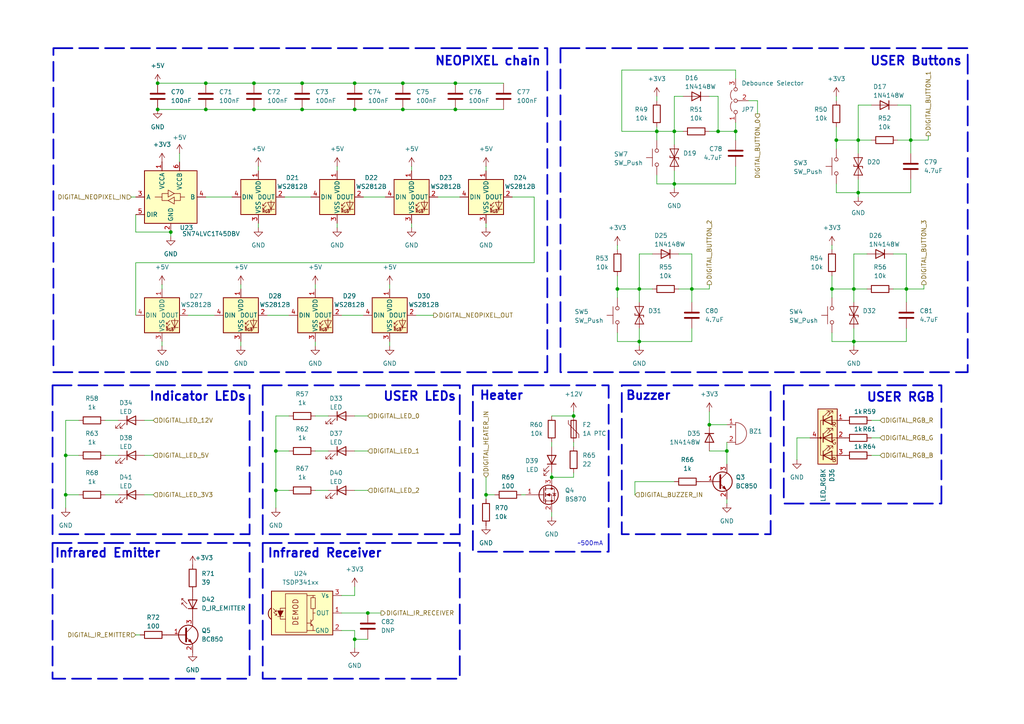
<source format=kicad_sch>
(kicad_sch (version 20231120) (generator "eeschema") (generator_version "8.0")
  (paper "A4")
  (junction (at 116.84 24.13))
  (junction (at 116.84 31.75))
  (junction (at 87.63 24.13))
  (junction (at 80.01 130.81))
  (junction (at 160.02 138.43))
  (junction (at 45.72 24.13))
  (junction (at 132.08 31.75))
  (junction (at 200.66 83.82))
  (junction (at 247.65 99.06))
  (junction (at 45.72 31.75))
  (junction (at 87.63 31.75))
  (junction (at 106.68 177.8))
  (junction (at 210.82 130.81))
  (junction (at 248.92 55.88))
  (junction (at 19.05 143.51))
  (junction (at 166.37 120.65))
  (junction (at 213.36 38.1))
  (junction (at 195.58 38.1))
  (junction (at 132.08 24.13))
  (junction (at 185.42 99.06))
  (junction (at 102.87 24.13))
  (junction (at 19.05 132.08))
  (junction (at 195.58 53.34))
  (junction (at 241.3 83.82))
  (junction (at 262.89 83.82))
  (junction (at 73.66 31.75))
  (junction (at 248.92 40.64))
  (junction (at 140.97 143.51))
  (junction (at 179.07 83.82))
  (junction (at 102.87 185.42))
  (junction (at 59.69 24.13))
  (junction (at 205.74 123.19))
  (junction (at 102.87 31.75))
  (junction (at 80.01 142.24))
  (junction (at 59.69 31.75))
  (junction (at 49.53 67.31))
  (junction (at 242.57 40.64))
  (junction (at 208.28 38.1))
  (junction (at 73.66 24.13))
  (junction (at 185.42 83.82))
  (junction (at 264.16 40.64))
  (junction (at 247.65 83.82))
  (junction (at 190.5 38.1))
  (wire (pts (xy 205.74 123.19) (xy 205.74 119.38)))
  (wire (pts (xy 179.07 71.12) (xy 179.07 72.39)))
  (wire (pts (xy 91.44 82.55) (xy 91.44 83.82)))
  (wire (pts (xy 140.97 143.51) (xy 140.97 144.78)))
  (wire (pts (xy 73.66 24.13) (xy 87.63 24.13)))
  (wire (pts (xy 248.92 55.88) (xy 242.57 55.88)))
  (wire (pts (xy 49.53 67.31) (xy 49.53 68.58)))
  (wire (pts (xy 46.99 82.55) (xy 46.99 83.82)))
  (wire (pts (xy 99.06 91.44) (xy 105.41 91.44)))
  (wire (pts (xy 247.65 87.63) (xy 247.65 83.82)))
  (wire (pts (xy 41.91 121.92) (xy 44.45 121.92)))
  (wire (pts (xy 180.34 38.1) (xy 190.5 38.1)))
  (wire (pts (xy 82.55 57.15) (xy 90.17 57.15)))
  (wire (pts (xy 38.1 57.15) (xy 39.37 57.15)))
  (wire (pts (xy 132.08 31.75) (xy 146.05 31.75)))
  (wire (pts (xy 248.92 30.48) (xy 248.92 40.64)))
  (wire (pts (xy 102.87 31.75) (xy 116.84 31.75)))
  (wire (pts (xy 208.28 27.94) (xy 208.28 38.1)))
  (wire (pts (xy 41.91 132.08) (xy 44.45 132.08)))
  (wire (pts (xy 140.97 138.43) (xy 140.97 143.51)))
  (wire (pts (xy 80.01 142.24) (xy 80.01 147.32)))
  (wire (pts (xy 179.07 96.52) (xy 179.07 99.06)))
  (wire (pts (xy 205.74 83.82) (xy 200.66 83.82)))
  (wire (pts (xy 264.16 40.64) (xy 264.16 44.45)))
  (wire (pts (xy 241.3 83.82) (xy 241.3 86.36)))
  (wire (pts (xy 77.47 91.44) (xy 83.82 91.44)))
  (wire (pts (xy 190.5 53.34) (xy 190.5 50.8)))
  (wire (pts (xy 69.85 99.06) (xy 69.85 100.33)))
  (wire (pts (xy 46.99 99.06) (xy 46.99 100.33)))
  (wire (pts (xy 262.89 83.82) (xy 262.89 87.63)))
  (wire (pts (xy 120.65 91.44) (xy 125.73 91.44)))
  (wire (pts (xy 160.02 148.59) (xy 160.02 149.86)))
  (wire (pts (xy 195.58 38.1) (xy 198.12 38.1)))
  (wire (pts (xy 205.74 130.81) (xy 210.82 130.81)))
  (wire (pts (xy 105.41 57.15) (xy 111.76 57.15)))
  (wire (pts (xy 19.05 143.51) (xy 19.05 147.32)))
  (wire (pts (xy 200.66 73.66) (xy 200.66 83.82)))
  (wire (pts (xy 140.97 64.77) (xy 140.97 66.04)))
  (wire (pts (xy 102.87 185.42) (xy 102.87 187.96)))
  (wire (pts (xy 185.42 95.25) (xy 185.42 99.06)))
  (wire (pts (xy 241.3 96.52) (xy 241.3 99.06)))
  (wire (pts (xy 205.74 82.55) (xy 205.74 83.82)))
  (wire (pts (xy 87.63 31.75) (xy 102.87 31.75)))
  (wire (pts (xy 166.37 120.65) (xy 166.37 119.38)))
  (wire (pts (xy 247.65 83.82) (xy 251.46 83.82)))
  (wire (pts (xy 210.82 128.27) (xy 210.82 130.81)))
  (wire (pts (xy 241.3 83.82) (xy 247.65 83.82)))
  (wire (pts (xy 234.95 127) (xy 231.14 127)))
  (wire (pts (xy 269.24 39.37) (xy 269.24 40.64)))
  (wire (pts (xy 80.01 130.81) (xy 83.82 130.81)))
  (wire (pts (xy 154.94 57.15) (xy 154.94 76.2)))
  (wire (pts (xy 179.07 80.01) (xy 179.07 83.82)))
  (wire (pts (xy 259.08 83.82) (xy 262.89 83.82)))
  (wire (pts (xy 195.58 53.34) (xy 190.5 53.34)))
  (wire (pts (xy 106.68 177.8) (xy 110.49 177.8)))
  (wire (pts (xy 95.25 142.24) (xy 91.44 142.24)))
  (wire (pts (xy 259.08 73.66) (xy 262.89 73.66)))
  (wire (pts (xy 198.12 27.94) (xy 195.58 27.94)))
  (wire (pts (xy 39.37 62.23) (xy 39.37 67.31)))
  (wire (pts (xy 179.07 83.82) (xy 185.42 83.82)))
  (wire (pts (xy 195.58 53.34) (xy 213.36 53.34)))
  (wire (pts (xy 166.37 137.16) (xy 166.37 138.43)))
  (wire (pts (xy 45.72 31.75) (xy 59.69 31.75)))
  (wire (pts (xy 231.14 127) (xy 231.14 133.35)))
  (wire (pts (xy 45.72 24.13) (xy 59.69 24.13)))
  (wire (pts (xy 264.16 55.88) (xy 248.92 55.88)))
  (wire (pts (xy 99.06 182.88) (xy 102.87 182.88)))
  (wire (pts (xy 262.89 95.25) (xy 262.89 99.06)))
  (wire (pts (xy 213.36 38.1) (xy 213.36 40.64)))
  (wire (pts (xy 69.85 82.55) (xy 69.85 83.82)))
  (wire (pts (xy 184.15 139.7) (xy 195.58 139.7)))
  (wire (pts (xy 19.05 143.51) (xy 22.86 143.51)))
  (wire (pts (xy 185.42 87.63) (xy 185.42 83.82)))
  (wire (pts (xy 190.5 27.94) (xy 190.5 29.21)))
  (wire (pts (xy 185.42 73.66) (xy 185.42 83.82)))
  (wire (pts (xy 39.37 184.15) (xy 40.64 184.15)))
  (wire (pts (xy 195.58 49.53) (xy 195.58 53.34)))
  (wire (pts (xy 59.69 57.15) (xy 67.31 57.15)))
  (wire (pts (xy 160.02 137.16) (xy 160.02 138.43)))
  (wire (pts (xy 252.73 121.92) (xy 255.27 121.92)))
  (wire (pts (xy 102.87 182.88) (xy 102.87 185.42)))
  (wire (pts (xy 119.38 64.77) (xy 119.38 66.04)))
  (wire (pts (xy 242.57 40.64) (xy 248.92 40.64)))
  (wire (pts (xy 87.63 24.13) (xy 102.87 24.13)))
  (wire (pts (xy 185.42 99.06) (xy 185.42 100.33)))
  (wire (pts (xy 30.48 132.08) (xy 34.29 132.08)))
  (wire (pts (xy 196.85 73.66) (xy 200.66 73.66)))
  (wire (pts (xy 39.37 67.31) (xy 49.53 67.31)))
  (wire (pts (xy 140.97 143.51) (xy 143.51 143.51)))
  (wire (pts (xy 190.5 38.1) (xy 190.5 40.64)))
  (wire (pts (xy 30.48 121.92) (xy 34.29 121.92)))
  (wire (pts (xy 140.97 48.26) (xy 140.97 49.53)))
  (wire (pts (xy 208.28 38.1) (xy 213.36 38.1)))
  (wire (pts (xy 210.82 123.19) (xy 205.74 123.19)))
  (wire (pts (xy 247.65 73.66) (xy 247.65 83.82)))
  (wire (pts (xy 80.01 120.65) (xy 80.01 130.81)))
  (wire (pts (xy 219.71 29.21) (xy 217.17 29.21)))
  (wire (pts (xy 102.87 170.18) (xy 102.87 172.72)))
  (wire (pts (xy 74.93 64.77) (xy 74.93 66.04)))
  (wire (pts (xy 113.03 99.06) (xy 113.03 100.33)))
  (wire (pts (xy 80.01 142.24) (xy 83.82 142.24)))
  (wire (pts (xy 195.58 38.1) (xy 195.58 41.91)))
  (wire (pts (xy 200.66 99.06) (xy 185.42 99.06)))
  (wire (pts (xy 54.61 91.44) (xy 62.23 91.44)))
  (wire (pts (xy 39.37 76.2) (xy 154.94 76.2)))
  (wire (pts (xy 116.84 24.13) (xy 132.08 24.13)))
  (wire (pts (xy 39.37 91.44) (xy 39.37 76.2)))
  (wire (pts (xy 242.57 40.64) (xy 242.57 43.18)))
  (wire (pts (xy 213.36 20.32) (xy 213.36 22.86)))
  (wire (pts (xy 260.35 30.48) (xy 264.16 30.48)))
  (wire (pts (xy 242.57 36.83) (xy 242.57 40.64)))
  (wire (pts (xy 248.92 52.07) (xy 248.92 55.88)))
  (wire (pts (xy 41.91 143.51) (xy 44.45 143.51)))
  (wire (pts (xy 248.92 55.88) (xy 248.92 57.15)))
  (wire (pts (xy 200.66 83.82) (xy 200.66 87.63)))
  (wire (pts (xy 242.57 55.88) (xy 242.57 53.34)))
  (wire (pts (xy 80.01 130.81) (xy 80.01 142.24)))
  (wire (pts (xy 19.05 121.92) (xy 19.05 132.08)))
  (wire (pts (xy 219.71 33.02) (xy 219.71 29.21)))
  (wire (pts (xy 247.65 99.06) (xy 247.65 100.33)))
  (wire (pts (xy 80.01 120.65) (xy 83.82 120.65)))
  (wire (pts (xy 119.38 48.26) (xy 119.38 49.53)))
  (wire (pts (xy 151.13 143.51) (xy 152.4 143.51)))
  (wire (pts (xy 248.92 40.64) (xy 252.73 40.64)))
  (wire (pts (xy 59.69 24.13) (xy 73.66 24.13)))
  (wire (pts (xy 248.92 44.45) (xy 248.92 40.64)))
  (wire (pts (xy 248.92 30.48) (xy 252.73 30.48)))
  (wire (pts (xy 185.42 83.82) (xy 189.23 83.82)))
  (wire (pts (xy 241.3 71.12) (xy 241.3 72.39)))
  (wire (pts (xy 195.58 53.34) (xy 195.58 54.61)))
  (wire (pts (xy 116.84 31.75) (xy 132.08 31.75)))
  (wire (pts (xy 179.07 83.82) (xy 179.07 86.36)))
  (wire (pts (xy 102.87 130.81) (xy 106.68 130.81)))
  (wire (pts (xy 97.79 64.77) (xy 97.79 66.04)))
  (wire (pts (xy 166.37 138.43) (xy 160.02 138.43)))
  (wire (pts (xy 30.48 143.51) (xy 34.29 143.51)))
  (wire (pts (xy 190.5 36.83) (xy 190.5 38.1)))
  (wire (pts (xy 213.36 38.1) (xy 213.36 35.56)))
  (wire (pts (xy 242.57 27.94) (xy 242.57 29.21)))
  (wire (pts (xy 102.87 24.13) (xy 116.84 24.13)))
  (wire (pts (xy 200.66 95.25) (xy 200.66 99.06)))
  (wire (pts (xy 99.06 177.8) (xy 106.68 177.8)))
  (wire (pts (xy 154.94 57.15) (xy 148.59 57.15)))
  (wire (pts (xy 19.05 132.08) (xy 22.86 132.08)))
  (wire (pts (xy 179.07 99.06) (xy 185.42 99.06)))
  (wire (pts (xy 180.34 20.32) (xy 213.36 20.32)))
  (wire (pts (xy 127 57.15) (xy 133.35 57.15)))
  (wire (pts (xy 19.05 121.92) (xy 22.86 121.92)))
  (wire (pts (xy 262.89 73.66) (xy 262.89 83.82)))
  (wire (pts (xy 185.42 73.66) (xy 189.23 73.66)))
  (wire (pts (xy 205.74 27.94) (xy 208.28 27.94)))
  (wire (pts (xy 95.25 130.81) (xy 91.44 130.81)))
  (wire (pts (xy 160.02 129.54) (xy 160.02 128.27)))
  (wire (pts (xy 132.08 24.13) (xy 146.05 24.13)))
  (wire (pts (xy 160.02 120.65) (xy 166.37 120.65)))
  (wire (pts (xy 102.87 120.65) (xy 106.68 120.65)))
  (wire (pts (xy 190.5 38.1) (xy 195.58 38.1)))
  (wire (pts (xy 59.69 31.75) (xy 73.66 31.75)))
  (wire (pts (xy 95.25 120.65) (xy 91.44 120.65)))
  (wire (pts (xy 247.65 73.66) (xy 251.46 73.66)))
  (wire (pts (xy 252.73 132.08) (xy 255.27 132.08)))
  (wire (pts (xy 195.58 27.94) (xy 195.58 38.1)))
  (wire (pts (xy 205.74 38.1) (xy 208.28 38.1)))
  (wire (pts (xy 73.66 31.75) (xy 87.63 31.75)))
  (wire (pts (xy 166.37 128.27) (xy 166.37 129.54)))
  (wire (pts (xy 196.85 83.82) (xy 200.66 83.82)))
  (wire (pts (xy 102.87 142.24) (xy 106.68 142.24)))
  (wire (pts (xy 184.15 143.51) (xy 184.15 139.7)))
  (wire (pts (xy 97.79 48.26) (xy 97.79 49.53)))
  (wire (pts (xy 210.82 130.81) (xy 210.82 134.62)))
  (wire (pts (xy 269.24 40.64) (xy 264.16 40.64)))
  (wire (pts (xy 267.97 83.82) (xy 262.89 83.82)))
  (wire (pts (xy 180.34 38.1) (xy 180.34 20.32)))
  (wire (pts (xy 247.65 99.06) (xy 241.3 99.06)))
  (wire (pts (xy 210.82 144.78) (xy 210.82 146.05)))
  (wire (pts (xy 262.89 99.06) (xy 247.65 99.06)))
  (wire (pts (xy 241.3 80.01) (xy 241.3 83.82)))
  (wire (pts (xy 260.35 40.64) (xy 264.16 40.64)))
  (wire (pts (xy 19.05 132.08) (xy 19.05 143.51)))
  (wire (pts (xy 264.16 30.48) (xy 264.16 40.64)))
  (wire (pts (xy 267.97 82.55) (xy 267.97 83.82)))
  (wire (pts (xy 264.16 52.07) (xy 264.16 55.88)))
  (wire (pts (xy 91.44 99.06) (xy 91.44 100.33)))
  (wire (pts (xy 52.07 44.45) (xy 52.07 46.99)))
  (wire (pts (xy 247.65 95.25) (xy 247.65 99.06)))
  (wire (pts (xy 106.68 185.42) (xy 102.87 185.42)))
  (wire (pts (xy 102.87 172.72) (xy 99.06 172.72)))
  (wire (pts (xy 113.03 82.55) (xy 113.03 83.82)))
  (wire (pts (xy 74.93 48.26) (xy 74.93 49.53)))
  (wire (pts (xy 213.36 48.26) (xy 213.36 53.34)))
  (wire (pts (xy 252.73 127) (xy 255.27 127)))
  (rectangle (start 76.2 157.48) (end 133.35 196.85) (stroke (width 0.5) (type dash)))
  (rectangle (start 162.56 13.97) (end 280.67 107.95) (stroke (width 0.5) (type dash)))
  (rectangle (start 15.494 13.97) (end 158.75 107.95) (stroke (width 0.5) (type dash)))
  (rectangle (start 137.16 111.76) (end 176.53 160.02) (stroke (width 0.5) (type dash)))
  (rectangle (start 15.24 157.48) (end 72.39 196.85) (stroke (width 0.5) (type dash)))
  (rectangle (start 180.34 111.76) (end 223.52 154.94) (stroke (width 0.5) (type dash)))
  (rectangle (start 227.33 111.76) (end 273.05 146.05) (stroke (width 0.5) (type dash)))
  (rectangle (start 76.2 111.76) (end 133.35 154.94) (stroke (width 0.5) (type dash)))
  (rectangle (start 15.24 111.76) (end 72.39 154.94) (stroke (width 0.5) (type dash)))
  (text "~500mA" (at 171.196 157.734 0) (effects (font (size 1.27 1.27))))
  (text "Infrared Emitter" (at 15.748 162.052 0) (effects (font (size 2.54 2.54) (thickness 0.508) (bold yes)) (justify left bottom)))
  (text "NEOPIXEL chain" (at 125.984 19.304 0) (effects (font (size 2.54 2.54) (thickness 0.508) (bold yes)) (justify left bottom)))
  (text "Buzzer" (at 181.356 116.332 0) (effects (font (size 2.54 2.54) (thickness 0.508) (bold yes)) (justify left bottom)))
  (text "USER RGB" (at 251.206 116.84 0) (effects (font (size 2.54 2.54) (thickness 0.508) (bold yes)) (justify left bottom)))
  (text "Indicator LEDs" (at 43.18 116.586 0) (effects (font (size 2.54 2.54) (thickness 0.508) (bold yes)) (justify left bottom)))
  (text "Infrared Receiver" (at 77.47 162.052 0) (effects (font (size 2.54 2.54) (thickness 0.508) (bold yes)) (justify left bottom)))
  (text "USER Buttons" (at 252.222 19.304 0) (effects (font (size 2.54 2.54) (thickness 0.508) (bold yes)) (justify left bottom)))
  (text "USER LEDs" (at 110.998 116.586 0) (effects (font (size 2.54 2.54) (thickness 0.508) (bold yes)) (justify left bottom)))
  (text "Heater" (at 138.938 116.332 0) (effects (font (size 2.54 2.54) (thickness 0.508) (bold yes)) (justify left bottom)))
  (hierarchical_label "DIGITAL_LED_0" (shape input) (at 106.68 120.65 0))
  (hierarchical_label "DIGITAL_NEOPIXEL_OUT" (shape output) (at 125.73 91.44 0))
  (hierarchical_label "DIGITAL_BUTTON_3" (shape output) (at 267.97 82.55 90))
  (hierarchical_label "DIGITAL_RGB_G" (shape input) (at 255.27 127 0))
  (hierarchical_label "DIGITAL_RGB_B" (shape input) (at 255.27 132.08 0))
  (hierarchical_label "DIGITAL_LED_2" (shape input) (at 106.68 142.24 0))
  (hierarchical_label "DIGITAL_BUTTON_1" (shape output) (at 269.24 39.37 90))
  (hierarchical_label "DIGITAL_IR_EMITTER" (shape input) (at 39.37 184.15 180))
  (hierarchical_label "DIGITAL_BUTTON_2" (shape output) (at 205.74 82.55 90))
  (hierarchical_label "DIGITAL_IR_RECEIVER" (shape output) (at 110.49 177.8 0))
  (hierarchical_label "DIGITAL_LED_1" (shape input) (at 106.68 130.81 0))
  (hierarchical_label "DIGITAL_LED_3V3" (shape input) (at 44.45 143.51 0))
  (hierarchical_label "DIGITAL_LED_5V" (shape input) (at 44.45 132.08 0))
  (hierarchical_label "DIGITAL_HEATER_IN" (shape input) (at 140.97 138.43 90))
  (hierarchical_label "DIGITAL_BUZZER_IN" (shape input) (at 184.15 143.51 0))
  (hierarchical_label "DIGITAL_LED_12V" (shape input) (at 44.45 121.92 0))
  (hierarchical_label "DIGITAL_BUTTON_0" (shape output) (at 219.71 33.02 270))
  (hierarchical_label "DIGITAL_NEOPIXEL_IN" (shape input) (at 38.1 57.15 180))
  (hierarchical_label "DIGITAL_RGB_R" (shape input) (at 255.27 121.92 0))
  (symbol (lib_id "Transistor_BJT:BC850") (at 208.28 139.7 0) (unit 1)
    (property "Reference" "Q3" (at 213.36 138.4299 0) (effects (justify left)))
    (property "Value" "BC850" (at 213.36 140.9699 0) (effects (justify left)))
    (property "Footprint" "Package_TO_SOT_SMD:SOT-23" (effects (hide yes)))
    (property "Datasheet" "http://www.infineon.com/dgdl/Infineon-BC847SERIES_BC848SERIES_BC849SERIES_BC850SERIES-DS-v01_01-en.pdf?fileId=db3a304314dca389011541d4630a1657" (effects (hide yes)))
    (property "Description" "0.1A Ic, 45V Vce, NPN Transistor, SOT-23" (effects (hide yes)))
  )
  (symbol (lib_id "Diode:SD05_SOD323") (at 195.58 45.72 90) (unit 1)
    (property "Reference" "D19" (at 198.12 44.4499 90) (effects (justify right)))
    (property "Value" "SD05_SOD323" (effects (hide yes)))
    (property "Footprint" "Diode_SMD:D_SOD-323" (effects (hide yes)))
    (property "Datasheet" "https://www.littelfuse.com/~/media/electronics/datasheets/tvs_diode_arrays/littelfuse_tvs_diode_array_sd_c_datasheet.pdf.pdf" (effects (hide yes)))
    (property "Description" "5V, 450W Discrete Bidirectional TVS Diode, SOD-323" (effects (hide yes)))
  )
  (symbol (lib_id "Device:R") (at 87.63 120.65 90) (unit 1)
    (property "Reference" "R57" (at 87.63 114.3 90))
    (property "Value" "1k" (at 87.63 116.84 90))
    (property "Footprint" "Resistor_SMD:R_0603_1608Metric" (effects (hide yes)))
    (property "Datasheet" "https://www.tme.eu/hu/details/smd0603-100r/smd-ellenallasok/royal-ohm/0603saj0101t5e/" (effects (hide yes)))
  )
  (symbol (lib_id "Device:R") (at 193.04 83.82 90) (unit 1)
    (property "Reference" "R55" (at 193.04 77.47 90))
    (property "Value" "10k" (at 193.04 80.01 90))
    (property "Footprint" "Resistor_SMD:R_0603_1608Metric" (effects (hide yes)))
    (property "Datasheet" "https://www.tme.eu/hu/details/smd0603-100r/smd-ellenallasok/royal-ohm/0603saj0101t5e/" (effects (hide yes)))
  )
  (symbol (lib_id "Device:R") (at 201.93 38.1 90) (unit 1)
    (property "Reference" "R51" (at 201.93 31.75 90))
    (property "Value" "10k" (at 201.93 34.29 90))
    (property "Footprint" "Resistor_SMD:R_0603_1608Metric" (effects (hide yes)))
    (property "Datasheet" "https://www.tme.eu/hu/details/smd0603-100r/smd-ellenallasok/royal-ohm/0603saj0101t5e/" (effects (hide yes)))
  )
  (symbol (lib_id "Device:C") (at 200.66 91.44 0) (unit 1)
    (property "Reference" "C80" (at 204.47 90.1699 0) (effects (justify left)))
    (property "Value" "4.7uF" (at 204.47 92.7099 0) (effects (justify left)))
    (property "Footprint" "Capacitor_SMD:C_0603_1608Metric" (effects (hide yes)))
    (property "Description" "Unpolarized capacitor" (effects (hide yes)))
  )
  (symbol (lib_id "Device:C") (at 106.68 181.61 0) (unit 1)
    (property "Reference" "C82" (at 110.49 180.3399 0) (effects (justify left)))
    (property "Value" "DNP" (at 110.49 182.8799 0) (effects (justify left)))
    (property "Description" "Unpolarized capacitor" (effects (hide yes)))
  )
  (symbol (lib_id "power:GND") (at 55.88 189.23 0) (unit 1)
    (property "Reference" "#PWR0173" (effects (hide yes)))
    (property "Value" "GND" (at 55.88 194.31 0))
    (property "Description" "Power symbol creates a global label with name \"GND\" , ground" (effects (hide yes)))
  )
  (symbol (lib_id "Diode:1N4148W") (at 205.74 127 270) (unit 1)
    (property "Reference" "D35" (at 203.2 125.7299 90) (effects (justify right)))
    (property "Value" "1N4148W" (at 203.2 128.2699 90) (effects (justify right)))
    (property "Footprint" "Diode_SMD:D_SOD-123" (effects (hide yes)))
    (property "Datasheet" "https://www.vishay.com/docs/85748/1n4148w.pdf" (effects (hide yes)))
    (property "Description" "75V 0.15A Fast Switching Diode, SOD-123" (effects (hide yes)))
    (property "Sim.Device" "D" (effects (hide yes)))
    (property "Sim.Pins" "1=K 2=A" (effects (hide yes)))
  )
  (symbol (lib_id "Device:Buzzer") (at 213.36 125.73 0) (unit 1)
    (property "Reference" "BZ1" (at 217.17 125.095 0) (effects (justify left)))
    (property "Value" "Buzzer" (effects (hide yes)))
    (property "Footprint" "Buzzer_Beeper:Buzzer_Mallory_AST1240MLQ" (effects (hide yes)))
  )
  (symbol (lib_id "Diode:1N4148W") (at 256.54 30.48 180) (unit 1)
    (property "Reference" "D17" (at 253.238 25.146 0) (effects (justify right)))
    (property "Value" "1N4148W" (at 253.238 27.686 0) (effects (justify right)))
    (property "Footprint" "Diode_SMD:D_SOD-123" (effects (hide yes)))
    (property "Datasheet" "https://www.vishay.com/docs/85748/1n4148w.pdf" (effects (hide yes)))
    (property "Description" "75V 0.15A Fast Switching Diode, SOD-123" (effects (hide yes)))
    (property "Sim.Device" "D" (effects (hide yes)))
    (property "Sim.Pins" "1=K 2=A" (effects (hide yes)))
  )
  (symbol (lib_id "Device:R") (at 248.92 121.92 270) (mirror x) (unit 1)
    (property "Reference" "R59" (at 250.1901 119.38 90) (effects (justify left)))
    (property "Value" "1k" (at 247.6501 119.38 90) (effects (justify left)))
    (property "Footprint" "Resistor_SMD:R_0603_1608Metric" (effects (hide yes)))
    (property "Datasheet" "https://www.tme.eu/hu/details/smd0603-100r/smd-ellenallasok/royal-ohm/0603saj0101t5e/" (effects (hide yes)))
  )
  (symbol (lib_id "Device:C") (at 146.05 27.94 0) (unit 1)
    (property "Reference" "C77" (at 149.86 26.6699 0) (effects (justify left)))
    (property "Value" "100nF" (at 149.86 29.2099 0) (effects (justify left)))
    (property "Description" "Unpolarized capacitor" (effects (hide yes)))
  )
  (symbol (lib_id "power:GND") (at 97.79 66.04 0) (unit 1)
    (property "Reference" "#PWR0146" (effects (hide yes)))
    (property "Value" "GND" (at 97.79 71.12 0))
    (property "Description" "Power symbol creates a global label with name \"GND\" , ground" (effects (hide yes)))
  )
  (symbol (lib_id "power:GND") (at 160.02 149.86 0) (unit 1)
    (property "Reference" "#PWR0168" (effects (hide yes)))
    (property "Value" "GND" (at 160.02 154.94 0))
    (property "Description" "Power symbol creates a global label with name \"GND\" , ground" (effects (hide yes)))
  )
  (symbol (lib_id "power:GND") (at 195.58 54.61 0) (unit 1)
    (property "Reference" "#PWR0143" (effects (hide yes)))
    (property "Value" "GND" (at 195.58 59.69 0))
    (property "Description" "Power symbol creates a global label with name \"GND\" , ground" (effects (hide yes)))
  )
  (symbol (lib_id "Device:C") (at 59.69 27.94 0) (unit 1)
    (property "Reference" "C71" (at 63.5 26.6699 0) (effects (justify left)))
    (property "Value" "100nF" (at 63.5 29.2099 0) (effects (justify left)))
    (property "Description" "Unpolarized capacitor" (effects (hide yes)))
  )
  (symbol (lib_id "Device:R") (at 55.88 167.64 180) (unit 1)
    (property "Reference" "R71" (at 58.42 166.3699 0) (effects (justify right)))
    (property "Value" "39" (at 58.42 168.9099 0) (effects (justify right)))
    (property "Footprint" "Resistor_SMD:R_0603_1608Metric" (effects (hide yes)))
    (property "Datasheet" "https://www.tme.eu/hu/details/smd0603-100r/smd-ellenallasok/royal-ohm/0603saj0101t5e/" (effects (hide yes)))
  )
  (symbol (lib_id "Device:LED") (at 99.06 142.24 0) (unit 1)
    (property "Reference" "D40" (at 97.4725 137.16 0))
    (property "Value" "LED" (at 97.4725 139.7 0))
    (property "Footprint" "LED_THT:LED_D5.0mm" (effects (hide yes)))
  )
  (symbol (lib_id "Device:C") (at 102.87 27.94 0) (unit 1)
    (property "Reference" "C74" (at 106.68 26.6699 0) (effects (justify left)))
    (property "Value" "100nF" (at 106.68 29.2099 0) (effects (justify left)))
    (property "Description" "Unpolarized capacitor" (effects (hide yes)))
  )
  (symbol (lib_id "Device:R") (at 256.54 40.64 90) (unit 1)
    (property "Reference" "R52" (at 256.54 34.29 90))
    (property "Value" "10k" (at 256.54 36.83 90))
    (property "Footprint" "Resistor_SMD:R_0603_1608Metric" (effects (hide yes)))
    (property "Datasheet" "https://www.tme.eu/hu/details/smd0603-100r/smd-ellenallasok/royal-ohm/0603saj0101t5e/" (effects (hide yes)))
  )
  (symbol (lib_id "power:GND") (at 45.72 31.75 0) (unit 1)
    (property "Reference" "#PWR0136" (effects (hide yes)))
    (property "Value" "GND" (at 45.72 36.83 0))
    (property "Description" "Power symbol creates a global label with name \"GND\" , ground" (effects (hide yes)))
  )
  (symbol (lib_id "power:GND") (at 46.99 100.33 0) (unit 1)
    (property "Reference" "#PWR0156" (effects (hide yes)))
    (property "Value" "GND" (at 46.99 105.41 0))
    (property "Description" "Power symbol creates a global label with name \"GND\" , ground" (effects (hide yes)))
  )
  (symbol (lib_id "LED:WS2812B") (at 69.85 91.44 0) (unit 1)
    (property "Reference" "D28" (at 79.756 85.852 0))
    (property "Value" "WS2812B" (at 79.756 88.392 0))
    (property "Footprint" "LED_SMD:LED_WS2812B_PLCC4_5.0x5.0mm_P3.2mm" (effects (hide yes)))
    (property "Datasheet" "https://cdn-shop.adafruit.com/datasheets/WS2812B.pdf" (effects (hide yes)))
  )
  (symbol (lib_id "power:GND") (at 69.85 100.33 0) (unit 1)
    (property "Reference" "#PWR0157" (effects (hide yes)))
    (property "Value" "GND" (at 69.85 105.41 0))
    (property "Description" "Power symbol creates a global label with name \"GND\" , ground" (effects (hide yes)))
  )
  (symbol (lib_id "power:+5V") (at 97.79 48.26 0) (unit 1)
    (property "Reference" "#PWR0140" (effects (hide yes)))
    (property "Value" "+5V" (at 97.79 43.18 0))
    (property "Description" "Power symbol creates a global label with name \"+5V\"" (effects (hide yes)))
  )
  (symbol (lib_id "Device:R") (at 166.37 133.35 0) (unit 1)
    (property "Reference" "R65" (at 168.91 132.0799 0) (effects (justify left)))
    (property "Value" "22" (at 168.91 134.6199 0) (effects (justify left)))
    (property "Footprint" "Resistor_SMD:R_2512_6332Metric" (effects (hide yes)))
    (property "Description" "Resistor" (effects (hide yes)))
  )
  (symbol (lib_id "power:+5V") (at 45.72 24.13 0) (unit 1)
    (property "Reference" "#PWR0133" (effects (hide yes)))
    (property "Value" "+5V" (at 45.72 19.05 0))
    (property "Description" "Power symbol creates a global label with name \"+5V\"" (effects (hide yes)))
  )
  (symbol (lib_id "LED:WS2812B") (at 46.99 91.44 0) (unit 1)
    (property "Reference" "D27" (at 56.896 85.852 0))
    (property "Value" "WS2812B" (at 56.896 88.392 0))
    (property "Footprint" "LED_SMD:LED_WS2812B_PLCC4_5.0x5.0mm_P3.2mm" (effects (hide yes)))
    (property "Datasheet" "https://cdn-shop.adafruit.com/datasheets/WS2812B.pdf" (effects (hide yes)))
  )
  (symbol (lib_id "Diode:SD05_SOD323") (at 248.92 48.26 90) (unit 1)
    (property "Reference" "D20" (at 251.46 46.9899 90) (effects (justify right)))
    (property "Value" "SD05_SOD323" (effects (hide yes)))
    (property "Footprint" "Diode_SMD:D_SOD-323" (effects (hide yes)))
    (property "Datasheet" "https://www.littelfuse.com/~/media/electronics/datasheets/tvs_diode_arrays/littelfuse_tvs_diode_array_sd_c_datasheet.pdf.pdf" (effects (hide yes)))
    (property "Description" "5V, 450W Discrete Bidirectional TVS Diode, SOD-323" (effects (hide yes)))
  )
  (symbol (lib_id "power:GND") (at 74.93 66.04 0) (unit 1)
    (property "Reference" "#PWR0145" (effects (hide yes)))
    (property "Value" "GND" (at 74.93 71.12 0))
    (property "Description" "Power symbol creates a global label with name \"GND\" , ground" (effects (hide yes)))
  )
  (symbol (lib_id "power:GND") (at 140.97 152.4 0) (unit 1)
    (property "Reference" "#PWR0169" (effects (hide yes)))
    (property "Value" "GND" (at 140.97 157.48 0))
    (property "Description" "Power symbol creates a global label with name \"GND\" , ground" (effects (hide yes)))
  )
  (symbol (lib_id "Device:R") (at 26.67 132.08 90) (unit 1)
    (property "Reference" "R63" (at 26.67 125.73 90))
    (property "Value" "1k" (at 26.67 128.27 90))
    (property "Footprint" "Resistor_SMD:R_0603_1608Metric" (effects (hide yes)))
    (property "Datasheet" "https://www.tme.eu/hu/details/smd0603-100r/smd-ellenallasok/royal-ohm/0603saj0101t5e/" (effects (hide yes)))
  )
  (symbol (lib_id "Device:R") (at 87.63 142.24 90) (unit 1)
    (property "Reference" "R67" (at 87.63 135.89 90))
    (property "Value" "1k" (at 87.63 138.43 90))
    (property "Footprint" "Resistor_SMD:R_0603_1608Metric" (effects (hide yes)))
    (property "Datasheet" "https://www.tme.eu/hu/details/smd0603-100r/smd-ellenallasok/royal-ohm/0603saj0101t5e/" (effects (hide yes)))
  )
  (symbol (lib_id "power:+5V") (at 140.97 48.26 0) (unit 1)
    (property "Reference" "#PWR0142" (effects (hide yes)))
    (property "Value" "+5V" (at 140.97 43.18 0))
    (property "Description" "Power symbol creates a global label with name \"+5V\"" (effects (hide yes)))
  )
  (symbol (lib_id "Switch:SW_Push") (at 179.07 91.44 90) (unit 1)
    (property "Reference" "SW5" (at 166.624 90.424 90) (effects (justify right)))
    (property "Value" "SW_Push" (at 166.624 92.964 90) (effects (justify right)))
    (property "Footprint" "Button_Switch_SMD:SW_Push_1P1T_NO_6x6mm_H9.5mm" (effects (hide yes)))
    (property "Description" "Push button switch, generic, two pins" (effects (hide yes)))
  )
  (symbol (lib_id "LED:WS2812B") (at 97.79 57.15 0) (unit 1)
    (property "Reference" "D22" (at 107.696 51.562 0))
    (property "Value" "WS2812B" (at 107.696 54.102 0))
    (property "Footprint" "LED_SMD:LED_WS2812B_PLCC4_5.0x5.0mm_P3.2mm" (effects (hide yes)))
    (property "Datasheet" "https://cdn-shop.adafruit.com/datasheets/WS2812B.pdf" (effects (hide yes)))
  )
  (symbol (lib_id "LED:WS2812B") (at 113.03 91.44 0) (unit 1)
    (property "Reference" "D30" (at 122.936 85.852 0))
    (property "Value" "WS2812B" (at 122.936 88.392 0))
    (property "Footprint" "LED_SMD:LED_WS2812B_PLCC4_5.0x5.0mm_P3.2mm" (effects (hide yes)))
    (property "Datasheet" "https://cdn-shop.adafruit.com/datasheets/WS2812B.pdf" (effects (hide yes)))
  )
  (symbol (lib_id "Device:LED") (at 38.1 143.51 0) (unit 1)
    (property "Reference" "D41" (at 36.5125 138.43 0))
    (property "Value" "LED" (at 36.5125 140.97 0))
    (property "Footprint" "LED_THT:LED_D5.0mm" (effects (hide yes)))
  )
  (symbol (lib_id "power:GND") (at 185.42 100.33 0) (unit 1)
    (property "Reference" "#PWR0160" (effects (hide yes)))
    (property "Value" "GND" (at 185.42 105.41 0))
    (property "Description" "Power symbol creates a global label with name \"GND\" , ground" (effects (hide yes)))
  )
  (symbol (lib_id "power:+5V") (at 74.93 48.26 0) (unit 1)
    (property "Reference" "#PWR0139" (effects (hide yes)))
    (property "Value" "+5V" (at 74.93 43.18 0))
    (property "Description" "Power symbol creates a global label with name \"+5V\"" (effects (hide yes)))
  )
  (symbol (lib_id "power:+5V") (at 52.07 44.45 0) (unit 1)
    (property "Reference" "#PWR0137" (effects (hide yes)))
    (property "Value" "+5V" (at 52.07 39.878 0))
    (property "Description" "Power symbol creates a global label with name \"+5V\"" (effects (hide yes)))
  )
  (symbol (lib_id "Device:R") (at 147.32 143.51 90) (unit 1)
    (property "Reference" "R69" (at 147.32 138.43 90))
    (property "Value" "100" (at 147.32 140.97 90))
    (property "Footprint" "Resistor_SMD:R_0603_1608Metric" (effects (hide yes)))
    (property "Datasheet" "https://www.tme.eu/hu/details/smd0603-100r/smd-ellenallasok/royal-ohm/0603saj0101t5e/" (effects (hide yes)))
  )
  (symbol (lib_id "Device:LED") (at 160.02 133.35 270) (mirror x) (unit 1)
    (property "Reference" "D39" (at 156.21 133.6674 90) (effects (justify right)))
    (property "Value" "LED" (at 156.21 136.2074 90) (effects (justify right)))
    (property "Footprint" "LED_THT:LED_D5.0mm" (effects (hide yes)))
  )
  (symbol (lib_id "Device:C") (at 87.63 27.94 0) (unit 1)
    (property "Reference" "C73" (at 91.44 26.6699 0) (effects (justify left)))
    (property "Value" "100nF" (at 91.44 29.2099 0) (effects (justify left)))
    (property "Description" "Unpolarized capacitor" (effects (hide yes)))
  )
  (symbol (lib_id "Device:LED") (at 38.1 132.08 0) (unit 1)
    (property "Reference" "D38" (at 36.5125 127 0))
    (property "Value" "LED" (at 36.5125 129.54 0))
    (property "Footprint" "LED_THT:LED_D5.0mm" (effects (hide yes)))
  )
  (symbol (lib_id "power:+5V") (at 69.85 82.55 0) (unit 1)
    (property "Reference" "#PWR0153" (effects (hide yes)))
    (property "Value" "+5V" (at 69.85 77.47 0))
    (property "Description" "Power symbol creates a global label with name \"+5V\"" (effects (hide yes)))
  )
  (symbol (lib_id "Device:R") (at 87.63 130.81 90) (unit 1)
    (property "Reference" "R62" (at 87.63 124.46 90))
    (property "Value" "1k" (at 87.63 127 90))
    (property "Footprint" "Resistor_SMD:R_0603_1608Metric" (effects (hide yes)))
    (property "Datasheet" "https://www.tme.eu/hu/details/smd0603-100r/smd-ellenallasok/royal-ohm/0603saj0101t5e/" (effects (hide yes)))
  )
  (symbol (lib_id "Switch:SW_Push") (at 242.57 48.26 90) (unit 1)
    (property "Reference" "SW3" (at 230.124 47.244 90) (effects (justify right)))
    (property "Value" "SW_Push" (at 230.124 49.784 90) (effects (justify right)))
    (property "Footprint" "Button_Switch_SMD:SW_Push_1P1T_NO_6x6mm_H9.5mm" (effects (hide yes)))
    (property "Description" "Push button switch, generic, two pins" (effects (hide yes)))
  )
  (symbol (lib_id "Jumper:Jumper_3_Open") (at 213.36 29.21 90) (unit 1)
    (property "Reference" "JP7" (at 218.694 31.75 90) (effects (justify left)))
    (property "Value" "Debounce Selector" (at 233.172 24.13 90) (effects (justify left)))
    (property "Description" "Jumper, 3-pole, both open" (effects (hide yes)))
  )
  (symbol (lib_id "power:GND") (at 140.97 66.04 0) (unit 1)
    (property "Reference" "#PWR0148" (effects (hide yes)))
    (property "Value" "GND" (at 140.97 71.12 0))
    (property "Description" "Power symbol creates a global label with name \"GND\" , ground" (effects (hide yes)))
  )
  (symbol (lib_id "power:GND") (at 91.44 100.33 0) (unit 1)
    (property "Reference" "#PWR0158" (effects (hide yes)))
    (property "Value" "GND" (at 91.44 105.41 0))
    (property "Description" "Power symbol creates a global label with name \"GND\" , ground" (effects (hide yes)))
  )
  (symbol (lib_id "Device:R") (at 26.67 143.51 90) (unit 1)
    (property "Reference" "R68" (at 26.67 137.16 90))
    (property "Value" "1k" (at 26.67 139.7 90))
    (property "Footprint" "Resistor_SMD:R_0603_1608Metric" (effects (hide yes)))
    (property "Datasheet" "https://www.tme.eu/hu/details/smd0603-100r/smd-ellenallasok/royal-ohm/0603saj0101t5e/" (effects (hide yes)))
  )
  (symbol (lib_id "power:+3V3") (at 46.99 46.99 0) (unit 1)
    (property "Reference" "#PWR0138" (effects (hide yes)))
    (property "Value" "+3V3" (at 46.99 41.91 0))
    (property "Description" "Power symbol creates a global label with name \"+3V3\"" (effects (hide yes)))
  )
  (symbol (lib_id "power:GND") (at 49.53 68.58 0) (unit 1)
    (property "Reference" "#PWR0149" (effects (hide yes)))
    (property "Value" "GND" (at 49.53 73.66 0))
    (property "Description" "Power symbol creates a global label with name \"GND\" , ground" (effects (hide yes)))
  )
  (symbol (lib_id "Transistor_FET:BS870") (at 157.48 143.51 0) (unit 1)
    (property "Reference" "Q4" (at 163.83 142.2399 0) (effects (justify left)))
    (property "Value" "BS870" (at 163.83 144.7799 0) (effects (justify left)))
    (property "Footprint" "Package_TO_SOT_SMD:SOT-23" (effects (hide yes)))
    (property "Datasheet" "http://www.diodes.com/assets/Datasheets/ds11302.pdf" (effects (hide yes)))
    (property "Description" "0.25A Id, 60V Vds, N-Channel MOSFET, SOT-23" (effects (hide yes)))
  )
  (symbol (lib_id "Diode:SD05_SOD323") (at 185.42 91.44 90) (unit 1)
    (property "Reference" "D31" (at 187.96 90.1699 90) (effects (justify right)))
    (property "Value" "SD05_SOD323" (effects (hide yes)))
    (property "Footprint" "Diode_SMD:D_SOD-323" (effects (hide yes)))
    (property "Datasheet" "https://www.littelfuse.com/~/media/electronics/datasheets/tvs_diode_arrays/littelfuse_tvs_diode_array_sd_c_datasheet.pdf.pdf" (effects (hide yes)))
    (property "Description" "5V, 450W Discrete Bidirectional TVS Diode, SOD-323" (effects (hide yes)))
  )
  (symbol (lib_id "Device:LED") (at 38.1 121.92 0) (unit 1)
    (property "Reference" "D34" (at 36.5125 116.84 0))
    (property "Value" "LED" (at 36.5125 119.38 0))
    (property "Footprint" "LED_THT:LED_D5.0mm" (effects (hide yes)))
  )
  (symbol (lib_id "Device:C") (at 45.72 27.94 0) (unit 1)
    (property "Reference" "C70" (at 49.53 26.6699 0) (effects (justify left)))
    (property "Value" "100nF" (at 49.53 29.2099 0) (effects (justify left)))
    (property "Description" "Unpolarized capacitor" (effects (hide yes)))
  )
  (symbol (lib_id "LED:WS2812B") (at 119.38 57.15 0) (unit 1)
    (property "Reference" "D23" (at 129.286 51.562 0))
    (property "Value" "WS2812B" (at 129.286 54.102 0))
    (property "Footprint" "LED_SMD:LED_WS2812B_PLCC4_5.0x5.0mm_P3.2mm" (effects (hide yes)))
    (property "Datasheet" "https://cdn-shop.adafruit.com/datasheets/WS2812B.pdf" (effects (hide yes)))
  )
  (symbol (lib_id "power:+3V3") (at 205.74 119.38 0) (unit 1)
    (property "Reference" "#PWR0163" (effects (hide yes)))
    (property "Value" "+3V3" (at 205.74 114.3 0))
    (property "Description" "Power symbol creates a global label with name \"+3V3\"" (effects (hide yes)))
  )
  (symbol (lib_id "Device:R") (at 242.57 33.02 0) (mirror x) (unit 1)
    (property "Reference" "R50" (at 240.03 31.7499 0) (effects (justify right)))
    (property "Value" "10k" (at 240.03 34.2899 0) (effects (justify right)))
    (property "Footprint" "Resistor_SMD:R_0603_1608Metric" (effects (hide yes)))
    (property "Datasheet" "https://www.tme.eu/hu/details/smd0603-100r/smd-ellenallasok/royal-ohm/0603saj0101t5e/" (effects (hide yes)))
  )
  (symbol (lib_id "LED:IRL81A") (at 55.88 173.99 90) (unit 1)
    (property "Reference" "D42" (at 58.42 173.8629 90) (effects (justify right)))
    (property "Value" "D_IR_EMITTER" (at 58.42 176.4029 90) (effects (justify right)))
    (property "Footprint" "LED_THT:LED_D5.0mm_Horizontal_O1.27mm_Z3.0mm_Clear" (effects (hide yes)))
    (property "Datasheet" "http://www.osram-os.com/Graphics/XPic0/00203825_0.pdf" (effects (hide yes)))
  )
  (symbol (lib_id "power:GND") (at 80.01 147.32 0) (unit 1)
    (property "Reference" "#PWR0167" (effects (hide yes)))
    (property "Value" "GND" (at 80.01 152.4 0))
    (property "Description" "Power symbol creates a global label with name \"GND\" , ground" (effects (hide yes)))
  )
  (symbol (lib_id "Transistor_BJT:BC850") (at 53.34 184.15 0) (unit 1)
    (property "Reference" "Q5" (at 58.42 182.8799 0) (effects (justify left)))
    (property "Value" "BC850" (at 58.42 185.4199 0) (effects (justify left)))
    (property "Footprint" "Package_TO_SOT_SMD:SOT-23" (effects (hide yes)))
    (property "Datasheet" "http://www.infineon.com/dgdl/Infineon-BC847SERIES_BC848SERIES_BC849SERIES_BC850SERIES-DS-v01_01-en.pdf?fileId=db3a304314dca389011541d4630a1657" (effects (hide yes)))
    (property "Description" "0.1A Ic, 45V Vce, NPN Transistor, SOT-23" (effects (hide yes)))
  )
  (symbol (lib_id "power:+3V3") (at 179.07 71.12 0) (unit 1)
    (property "Reference" "#PWR0150" (effects (hide yes)))
    (property "Value" "+3V3" (at 179.07 66.04 0))
    (property "Description" "Power symbol creates a global label with name \"+3V3\"" (effects (hide yes)))
  )
  (symbol (lib_id "Device:R") (at 44.45 184.15 90) (unit 1)
    (property "Reference" "R72" (at 44.45 179.07 90))
    (property "Value" "100" (at 44.45 181.61 90))
    (property "Footprint" "Resistor_SMD:R_0603_1608Metric" (effects (hide yes)))
    (property "Datasheet" "https://www.tme.eu/hu/details/smd0603-100r/smd-ellenallasok/royal-ohm/0603saj0101t5e/" (effects (hide yes)))
  )
  (symbol (lib_id "Switch:SW_Push") (at 241.3 91.44 90) (unit 1)
    (property "Reference" "SW4" (at 228.854 90.424 90) (effects (justify right)))
    (property "Value" "SW_Push" (at 228.854 92.964 90) (effects (justify right)))
    (property "Footprint" "Button_Switch_SMD:SW_Push_1P1T_NO_6x6mm_H9.5mm" (effects (hide yes)))
    (property "Description" "Push button switch, generic, two pins" (effects (hide yes)))
  )
  (symbol (lib_id "power:GND") (at 113.03 100.33 0) (unit 1)
    (property "Reference" "#PWR0159" (effects (hide yes)))
    (property "Value" "GND" (at 113.03 105.41 0))
    (property "Description" "Power symbol creates a global label with name \"GND\" , ground" (effects (hide yes)))
  )
  (symbol (lib_id "power:GND") (at 210.82 146.05 0) (unit 1)
    (property "Reference" "#PWR0165" (effects (hide yes)))
    (property "Value" "GND" (at 210.82 151.13 0))
    (property "Description" "Power symbol creates a global label with name \"GND\" , ground" (effects (hide yes)))
  )
  (symbol (lib_id "Device:R") (at 255.27 83.82 90) (unit 1)
    (property "Reference" "R56" (at 255.27 77.47 90))
    (property "Value" "10k" (at 255.27 80.01 90))
    (property "Footprint" "Resistor_SMD:R_0603_1608Metric" (effects (hide yes)))
    (property "Datasheet" "https://www.tme.eu/hu/details/smd0603-100r/smd-ellenallasok/royal-ohm/0603saj0101t5e/" (effects (hide yes)))
  )
  (symbol (lib_id "power:GND") (at 247.65 100.33 0) (unit 1)
    (property "Reference" "#PWR0161" (effects (hide yes)))
    (property "Value" "GND" (at 247.65 105.41 0))
    (property "Description" "Power symbol creates a global label with name \"GND\" , ground" (effects (hide yes)))
  )
  (symbol (lib_id "power:GND") (at 231.14 133.35 0) (unit 1)
    (property "Reference" "#PWR0164" (effects (hide yes)))
    (property "Value" "GND" (at 231.14 138.43 0))
    (property "Description" "Power symbol creates a global label with name \"GND\" , ground" (effects (hide yes)))
  )
  (symbol (lib_id "power:+12V") (at 166.37 119.38 0) (unit 1)
    (property "Reference" "#PWR0162" (effects (hide yes)))
    (property "Value" "+12V" (at 166.37 114.3 0))
    (property "Description" "Power symbol creates a global label with name \"+12V\"" (effects (hide yes)))
  )
  (symbol (lib_id "Device:R") (at 248.92 132.08 270) (mirror x) (unit 1)
    (property "Reference" "R64" (at 250.1901 129.54 90) (effects (justify left)))
    (property "Value" "1k" (at 247.6501 129.54 90) (effects (justify left)))
    (property "Footprint" "Resistor_SMD:R_0603_1608Metric" (effects (hide yes)))
    (property "Datasheet" "https://www.tme.eu/hu/details/smd0603-100r/smd-ellenallasok/royal-ohm/0603saj0101t5e/" (effects (hide yes)))
  )
  (symbol (lib_id "Device:C") (at 132.08 27.94 0) (unit 1)
    (property "Reference" "C76" (at 135.89 26.6699 0) (effects (justify left)))
    (property "Value" "100nF" (at 135.89 29.2099 0) (effects (justify left)))
    (property "Description" "Unpolarized capacitor" (effects (hide yes)))
  )
  (symbol (lib_id "Device:C") (at 213.36 44.45 0) (mirror y) (unit 1)
    (property "Reference" "C78" (at 209.55 43.1799 0) (effects (justify left)))
    (property "Value" "4.7uF" (at 209.55 45.7199 0) (effects (justify left)))
    (property "Description" "Unpolarized capacitor" (effects (hide yes)))
  )
  (symbol (lib_id "Device:LED_RGBK") (at 240.03 127 0) (unit 1)
    (property "Reference" "D36" (at 241.3001 135.89 90) (effects (justify right)))
    (property "Value" "LED_RGBK" (at 238.7601 135.89 90) (effects (justify right)))
    (property "Description" "RGB LED, red/green/blue/cathode" (effects (hide yes)))
  )
  (symbol (lib_id "Diode:1N4148W") (at 255.27 73.66 180) (unit 1)
    (property "Reference" "D26" (at 251.968 68.326 0) (effects (justify right)))
    (property "Value" "1N4148W" (at 251.968 70.866 0) (effects (justify right)))
    (property "Footprint" "Diode_SMD:D_SOD-123" (effects (hide yes)))
    (property "Datasheet" "https://www.vishay.com/docs/85748/1n4148w.pdf" (effects (hide yes)))
    (property "Description" "75V 0.15A Fast Switching Diode, SOD-123" (effects (hide yes)))
    (property "Sim.Device" "D" (effects (hide yes)))
    (property "Sim.Pins" "1=K 2=A" (effects (hide yes)))
  )
  (symbol (lib_id "Device:R") (at 248.92 127 270) (mirror x) (unit 1)
    (property "Reference" "R61" (at 250.1901 124.46 90) (effects (justify left)))
    (property "Value" "1k" (at 247.6501 124.46 90) (effects (justify left)))
    (property "Footprint" "Resistor_SMD:R_0603_1608Metric" (effects (hide yes)))
    (property "Datasheet" "https://www.tme.eu/hu/details/smd0603-100r/smd-ellenallasok/royal-ohm/0603saj0101t5e/" (effects (hide yes)))
  )
  (symbol (lib_id "Device:R") (at 199.39 139.7 90) (unit 1)
    (property "Reference" "R66" (at 199.39 133.35 90))
    (property "Value" "1k" (at 199.39 135.89 90))
    (property "Footprint" "Resistor_SMD:R_0603_1608Metric" (effects (hide yes)))
    (property "Datasheet" "https://www.tme.eu/hu/details/smd0603-100r/smd-ellenallasok/royal-ohm/0603saj0101t5e/" (effects (hide yes)))
  )
  (symbol (lib_id "Device:R") (at 190.5 33.02 0) (mirror x) (unit 1)
    (property "Reference" "R49" (at 187.96 31.7499 0) (effects (justify right)))
    (property "Value" "10k" (at 187.96 34.2899 0) (effects (justify right)))
    (property "Footprint" "Resistor_SMD:R_0603_1608Metric" (effects (hide yes)))
    (property "Datasheet" "https://www.tme.eu/hu/details/smd0603-100r/smd-ellenallasok/royal-ohm/0603saj0101t5e/" (effects (hide yes)))
  )
  (symbol (lib_id "Device:LED") (at 99.06 120.65 0) (unit 1)
    (property "Reference" "D33" (at 97.4725 115.57 0))
    (property "Value" "LED" (at 97.4725 118.11 0))
    (property "Footprint" "LED_THT:LED_D5.0mm" (effects (hide yes)))
  )
  (symbol (lib_id "Device:C") (at 262.89 91.44 0) (unit 1)
    (property "Reference" "C81" (at 266.7 90.1699 0) (effects (justify left)))
    (property "Value" "4.7uF" (at 266.7 92.7099 0) (effects (justify left)))
    (property "Footprint" "Capacitor_SMD:C_0603_1608Metric" (effects (hide yes)))
    (property "Description" "Unpolarized capacitor" (effects (hide yes)))
  )
  (symbol (lib_id "Device:Polyfuse") (at 166.37 124.46 0) (unit 1)
    (property "Reference" "F2" (at 168.91 123.1899 0) (effects (justify left)))
    (property "Value" "1A PTC" (at 168.91 125.7299 0) (effects (justify left)))
    (property "Footprint" "Fuse:Fuse_1812_4532Metric" (effects (hide yes)))
    (property "Description" "Resettable fuse, polymeric positive temperature coefficient" (effects (hide yes)))
  )
  (symbol (lib_id "Device:R") (at 140.97 148.59 180) (unit 1)
    (property "Reference" "R70" (at 143.51 147.3199 0) (effects (justify right)))
    (property "Value" "10k" (at 143.51 149.8599 0) (effects (justify right)))
    (property "Footprint" "Resistor_SMD:R_0603_1608Metric" (effects (hide yes)))
    (property "Datasheet" "https://www.tme.eu/hu/details/smd0603-100r/smd-ellenallasok/royal-ohm/0603saj0101t5e/" (effects (hide yes)))
  )
  (symbol (lib_id "power:+3V3") (at 241.3 71.12 0) (unit 1)
    (property "Reference" "#PWR0151" (effects (hide yes)))
    (property "Value" "+3V3" (at 241.3 66.04 0))
    (property "Description" "Power symbol creates a global label with name \"+3V3\"" (effects (hide yes)))
  )
  (symbol (lib_id "power:+5V") (at 113.03 82.55 0) (unit 1)
    (property "Reference" "#PWR0155" (effects (hide yes)))
    (property "Value" "+5V" (at 113.03 77.47 0))
    (property "Description" "Power symbol creates a global label with name \"+5V\"" (effects (hide yes)))
  )
  (symbol (lib_id "power:+5V") (at 46.99 82.55 0) (unit 1)
    (property "Reference" "#PWR0152" (effects (hide yes)))
    (property "Value" "+5V" (at 46.99 77.47 0))
    (property "Description" "Power symbol creates a global label with name \"+5V\"" (effects (hide yes)))
  )
  (symbol (lib_id "Diode:1N4148W") (at 193.04 73.66 180) (unit 1)
    (property "Reference" "D25" (at 189.738 68.326 0) (effects (justify right)))
    (property "Value" "1N4148W" (at 189.738 70.866 0) (effects (justify right)))
    (property "Footprint" "Diode_SMD:D_SOD-123" (effects (hide yes)))
    (property "Datasheet" "https://www.vishay.com/docs/85748/1n4148w.pdf" (effects (hide yes)))
    (property "Description" "75V 0.15A Fast Switching Diode, SOD-123" (effects (hide yes)))
    (property "Sim.Device" "D" (effects (hide yes)))
    (property "Sim.Pins" "1=K 2=A" (effects (hide yes)))
  )
  (symbol (lib_id "Device:C") (at 116.84 27.94 0) (unit 1)
    (property "Reference" "C75" (at 120.65 26.6699 0) (effects (justify left)))
    (property "Value" "100nF" (at 120.65 29.2099 0) (effects (justify left)))
    (property "Description" "Unpolarized capacitor" (effects (hide yes)))
  )
  (symbol (lib_id "Device:R") (at 179.07 76.2 0) (mirror x) (unit 1)
    (property "Reference" "R53" (at 176.53 74.9299 0) (effects (justify right)))
    (property "Value" "10k" (at 176.53 77.4699 0) (effects (justify right)))
    (property "Footprint" "Resistor_SMD:R_0603_1608Metric" (effects (hide yes)))
    (property "Datasheet" "https://www.tme.eu/hu/details/smd0603-100r/smd-ellenallasok/royal-ohm/0603saj0101t5e/" (effects (hide yes)))
  )
  (symbol (lib_id "Device:LED") (at 99.06 130.81 0) (unit 1)
    (property "Reference" "D37" (at 97.4725 125.73 0))
    (property "Value" "LED" (at 97.4725 128.27 0))
    (property "Footprint" "LED_THT:LED_D5.0mm" (effects (hide yes)))
  )
  (symbol (lib_id "power:+3V3") (at 102.87 170.18 0) (unit 1)
    (property "Reference" "#PWR0171" (effects (hide yes)))
    (property "Value" "+3V3" (at 102.87 165.1 0))
    (property "Description" "Power symbol creates a global label with name \"+3V3\"" (effects (hide yes)))
  )
  (symbol (lib_id "power:GND") (at 102.87 187.96 0) (unit 1)
    (property "Reference" "#PWR0172" (effects (hide yes)))
    (property "Value" "GND" (at 102.87 193.04 0))
    (property "Description" "Power symbol creates a global label with name \"GND\" , ground" (effects (hide yes)))
  )
  (symbol (lib_id "power:GND") (at 248.92 57.15 0) (unit 1)
    (property "Reference" "#PWR0144" (effects (hide yes)))
    (property "Value" "GND" (at 248.92 61.722 0))
    (property "Description" "Power symbol creates a global label with name \"GND\" , ground" (effects (hide yes)))
  )
  (symbol (lib_id "Switch:SW_Push") (at 190.5 45.72 90) (unit 1)
    (property "Reference" "SW7" (at 178.054 44.704 90) (effects (justify right)))
    (property "Value" "SW_Push" (at 178.054 47.244 90) (effects (justify right)))
    (property "Footprint" "Button_Switch_SMD:SW_Push_1P1T_NO_6x6mm_H9.5mm" (effects (hide yes)))
    (property "Description" "Push button switch, generic, two pins" (effects (hide yes)))
  )
  (symbol (lib_id "power:+5V") (at 119.38 48.26 0) (unit 1)
    (property "Reference" "#PWR0141" (effects (hide yes)))
    (property "Value" "+5V" (at 119.38 43.18 0))
    (property "Description" "Power symbol creates a global label with name \"+5V\"" (effects (hide yes)))
  )
  (symbol (lib_id "LED:WS2812B") (at 140.97 57.15 0) (unit 1)
    (property "Reference" "D24" (at 150.876 51.562 0))
    (property "Value" "WS2812B" (at 150.876 54.102 0))
    (property "Footprint" "LED_SMD:LED_WS2812B_PLCC4_5.0x5.0mm_P3.2mm" (effects (hide yes)))
    (property "Datasheet" "https://cdn-shop.adafruit.com/datasheets/WS2812B.pdf" (effects (hide yes)))
  )
  (symbol (lib_id "power:GND") (at 19.05 147.32 0) (unit 1)
    (property "Reference" "#PWR0166" (effects (hide yes)))
    (property "Value" "GND" (at 19.05 152.4 0))
    (property "Description" "Power symbol creates a global label with name \"GND\" , ground" (effects (hide yes)))
  )
  (symbol (lib_id "Device:R") (at 241.3 76.2 0) (mirror x) (unit 1)
    (property "Reference" "R54" (at 238.76 74.9299 0) (effects (justify right)))
    (property "Value" "10k" (at 238.76 77.4699 0) (effects (justify right)))
    (property "Footprint" "Resistor_SMD:R_0603_1608Metric" (effects (hide yes)))
    (property "Datasheet" "https://www.tme.eu/hu/details/smd0603-100r/smd-ellenallasok/royal-ohm/0603saj0101t5e/" (effects (hide yes)))
  )
  (symbol (lib_id "power:+5V") (at 91.44 82.55 0) (unit 1)
    (property "Reference" "#PWR0154" (effects (hide yes)))
    (property "Value" "+5V" (at 91.44 77.47 0))
    (property "Description" "Power symbol creates a global label with name \"+5V\"" (effects (hide yes)))
  )
  (symbol (lib_id "Diode:1N4148W") (at 201.93 27.94 180) (unit 1)
    (property "Reference" "D16" (at 198.628 22.606 0) (effects (justify right)))
    (property "Value" "1N4148W" (at 198.628 25.146 0) (effects (justify right)))
    (property "Footprint" "Diode_SMD:D_SOD-123" (effects (hide yes)))
    (property "Datasheet" "https://www.vishay.com/docs/85748/1n4148w.pdf" (effects (hide yes)))
    (property "Description" "75V 0.15A Fast Switching Diode, SOD-123" (effects (hide yes)))
    (property "Sim.Device" "D" (effects (hide yes)))
    (property "Sim.Pins" "1=K 2=A" (effects (hide yes)))
  )
  (symbol (lib_id "Logic_LevelTranslator:SN74LVC1T45DBV") (at 49.53 57.15 0) (unit 1)
    (property "Reference" "U23" (at 54.102 66.04 0))
    (property "Value" "SN74LVC1T45DBV" (at 61.214 67.818 0))
    (property "Footprint" "Package_TO_SOT_SMD:SOT-23-6" (effects (hide yes)))
    (property "Datasheet" "http://www.ti.com/lit/ds/symlink/sn74lvc1t45.pdf" (effects (hide yes)))
    (property "Description" "Single-Bit Dual-Supply Bus Transceiver With Configurable Voltage Translation and 3-State Outputs, SOT-23-6" (effects (hide yes)))
  )
  (symbol (lib_id "LED:WS2812B") (at 91.44 91.44 0) (unit 1)
    (property "Reference" "D29" (at 101.346 85.852 0))
    (property "Value" "WS2812B" (at 101.346 88.392 0))
    (property "Footprint" "LED_SMD:LED_WS2812B_PLCC4_5.0x5.0mm_P3.2mm" (effects (hide yes)))
    (property "Datasheet" "https://cdn-shop.adafruit.com/datasheets/WS2812B.pdf" (effects (hide yes)))
  )
  (symbol (lib_id "Device:R") (at 160.02 124.46 0) (mirror x) (unit 1)
    (property "Reference" "R60" (at 157.48 123.1899 0) (effects (justify right)))
    (property "Value" "10k" (at 157.48 125.7299 0) (effects (justify right)))
    (property "Footprint" "Resistor_SMD:R_0603_1608Metric" (effects (hide yes)))
    (property "Datasheet" "https://www.tme.eu/hu/details/smd0603-100r/smd-ellenallasok/royal-ohm/0603saj0101t5e/" (effects (hide yes)))
  )
  (symbol (lib_id "Device:R") (at 26.67 121.92 90) (unit 1)
    (property "Reference" "R58" (at 26.67 115.57 90))
    (property "Value" "1k" (at 26.67 118.11 90))
    (property "Footprint" "Resistor_SMD:R_0603_1608Metric" (effects (hide yes)))
    (property "Datasheet" "https://www.tme.eu/hu/details/smd0603-100r/smd-ellenallasok/royal-ohm/0603saj0101t5e/" (effects (hide yes)))
  )
  (symbol (lib_id "Device:C") (at 73.66 27.94 0) (unit 1)
    (property "Reference" "C72" (at 77.47 26.6699 0) (effects (justify left)))
    (property "Value" "100nF" (at 77.47 29.2099 0) (effects (justify left)))
    (property "Description" "Unpolarized capacitor" (effects (hide yes)))
  )
  (symbol (lib_id "power:+3V3") (at 55.88 163.83 0) (unit 1)
    (property "Reference" "#PWR0170" (effects (hide yes)))
    (property "Value" "+3V3" (at 59.182 161.798 0))
    (property "Description" "Power symbol creates a global label with name \"+3V3\"" (effects (hide yes)))
  )
  (symbol (lib_id "power:+3V3") (at 190.5 27.94 0) (unit 1)
    (property "Reference" "#PWR0134" (effects (hide yes)))
    (property "Value" "+3V3" (at 190.5 22.86 0))
    (property "Description" "Power symbol creates a global label with name \"+3V3\"" (effects (hide yes)))
  )
  (symbol (lib_id "power:+3V3") (at 242.57 27.94 0) (unit 1)
    (property "Reference" "#PWR0135" (effects (hide yes)))
    (property "Value" "+3V3" (at 242.57 22.86 0))
    (property "Description" "Power symbol creates a global label with name \"+3V3\"" (effects (hide yes)))
  )
  (symbol (lib_id "Diode:SD05_SOD323") (at 247.65 91.44 90) (unit 1)
    (property "Reference" "D32" (at 250.19 90.1699 90) (effects (justify right)))
    (property "Value" "SD05_SOD323" (effects (hide yes)))
    (property "Footprint" "Diode_SMD:D_SOD-323" (effects (hide yes)))
    (property "Datasheet" "https://www.littelfuse.com/~/media/electronics/datasheets/tvs_diode_arrays/littelfuse_tvs_diode_array_sd_c_datasheet.pdf.pdf" (effects (hide yes)))
    (property "Description" "5V, 450W Discrete Bidirectional TVS Diode, SOD-323" (effects (hide yes)))
  )
  (symbol (lib_id "power:GND") (at 119.38 66.04 0) (unit 1)
    (property "Reference" "#PWR0147" (effects (hide yes)))
    (property "Value" "GND" (at 119.38 71.12 0))
    (property "Description" "Power symbol creates a global label with name \"GND\" , ground" (effects (hide yes)))
  )
  (symbol (lib_id "Device:C") (at 264.16 48.26 0) (unit 1)
    (property "Reference" "C79" (at 267.97 46.9899 0) (effects (justify left)))
    (property "Value" "4.7uF" (at 267.97 49.5299 0) (effects (justify left)))
    (property "Footprint" "Capacitor_SMD:C_0603_1608Metric" (effects (hide yes)))
    (property "Description" "Unpolarized capacitor" (effects (hide yes)))
  )
  (symbol (lib_id "Interface_Optical:TSDP341xx") (at 88.9 177.8 0) (unit 1)
    (property "Reference" "U24" (at 87.165 166.37 0))
    (property "Value" "TSDP341xx" (at 87.165 168.91 0))
    (property "Footprint" "OptoDevice:Vishay_MOLD-3Pin" (effects (hide yes)))
    (property "Datasheet" "http://www.vishay.com/docs/82667/tsdp341.pdf" (effects (hide yes)))
    (property "Description" "IR Receiver Modules for Data Transmission" (effects (hide yes)))
  )
  (symbol (lib_id "LED:WS2812B") (at 74.93 57.15 0) (unit 1)
    (property "Reference" "D21" (at 84.836 51.562 0))
    (property "Value" "WS2812B" (at 84.836 54.102 0))
    (property "Footprint" "LED_SMD:LED_WS2812B_PLCC4_5.0x5.0mm_P3.2mm" (effects (hide yes)))
    (property "Datasheet" "https://cdn-shop.adafruit.com/datasheets/WS2812B.pdf" (effects (hide yes)))
  )
)
</source>
